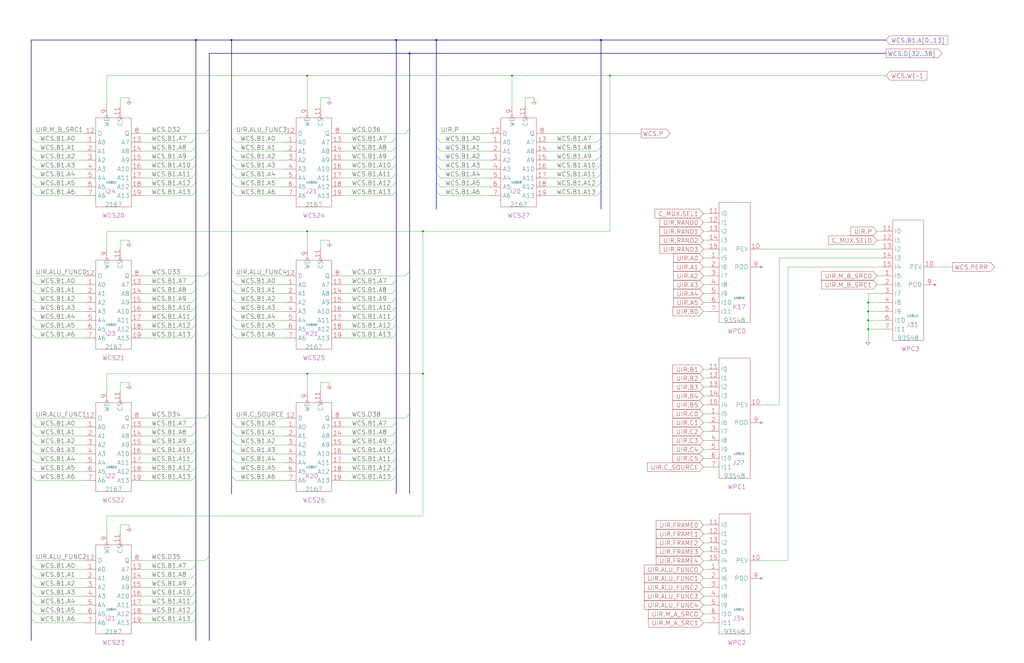
<source format=kicad_sch>
(kicad_sch (version 20250114) (generator "eeschema") (generator_version "9.0")
  (paper "User" 584.2 378.46)
  (title_block (title "WRITABLE CONTROL STORE\\nWCS BITS 32 TO 38 AND PARITY") (date "22-MAR-90") (rev "1.0") (comment 1 "VALUE") (comment 2 "232-003063") (comment 3 "S400") (comment 4 "RELEASED"))
  (junction (at 233.68 30.48))
  (junction (at 111.76 22.86))
  (junction (at 347.98 43.18))
  (junction (at 495.3 182.88))
  (junction (at 226.06 22.86))
  (junction (at 241.3 213.36))
  (junction (at 241.3 132.08))
  (junction (at 248.92 22.86))
  (junction (at 175.26 213.36))
  (junction (at 292.1 43.18))
  (junction (at 495.3 172.72))
  (junction (at 342.9 22.86))
  (junction (at 175.26 132.08))
  (junction (at 175.26 43.18))
  (junction (at 132.08 22.86))
  (junction (at 495.3 177.8))
  (junction (at 495.3 187.96))
  (no_connect (at 434.34 241.3))
  (no_connect (at 434.34 330.2))
  (no_connect (at 434.34 152.4))
  (no_connect (at 533.4 162.56))
  (bus_entry (at 17.78 99.06) (size 2.54 2.54))
  (bus_entry (at 226.06 175.26) (size -2.54 2.54))
  (bus_entry (at 132.08 165.1) (size 2.54 2.54))
  (bus_entry (at 132.08 88.9) (size 2.54 2.54))
  (bus_entry (at 248.92 93.98) (size 2.54 2.54))
  (bus_entry (at 342.9 88.9) (size -2.54 2.54))
  (bus_entry (at 132.08 256.54) (size 2.54 2.54))
  (bus_entry (at 119.38 236.22) (size -2.54 2.54))
  (bus_entry (at 132.08 78.74) (size 2.54 2.54))
  (bus_entry (at 17.78 327.66) (size 2.54 2.54))
  (bus_entry (at 233.68 236.22) (size -2.54 2.54))
  (bus_entry (at 342.9 83.82) (size -2.54 2.54))
  (bus_entry (at 132.08 190.5) (size 2.54 2.54))
  (bus_entry (at 226.06 185.42) (size -2.54 2.54))
  (bus_entry (at 132.08 109.22) (size 2.54 2.54))
  (bus_entry (at 119.38 73.66) (size -2.54 2.54))
  (bus_entry (at 132.08 160.02) (size 2.54 2.54))
  (bus_entry (at 17.78 78.74) (size 2.54 2.54))
  (bus_entry (at 111.76 175.26) (size -2.54 2.54))
  (bus_entry (at 111.76 109.22) (size -2.54 2.54))
  (bus_entry (at 132.08 93.98) (size 2.54 2.54))
  (bus_entry (at 17.78 337.82) (size 2.54 2.54))
  (bus_entry (at 119.38 317.5) (size -2.54 2.54))
  (bus_entry (at 119.38 154.94) (size -2.54 2.54))
  (bus_entry (at 132.08 170.18) (size 2.54 2.54))
  (bus_entry (at 226.06 261.62) (size -2.54 2.54))
  (bus_entry (at 17.78 271.78) (size 2.54 2.54))
  (bus_entry (at 111.76 246.38) (size -2.54 2.54))
  (bus_entry (at 342.9 99.06) (size -2.54 2.54))
  (bus_entry (at 17.78 160.02) (size 2.54 2.54))
  (bus_entry (at 17.78 83.82) (size 2.54 2.54))
  (bus_entry (at 17.78 180.34) (size 2.54 2.54))
  (bus_entry (at 111.76 322.58) (size -2.54 2.54))
  (bus_entry (at 17.78 170.18) (size 2.54 2.54))
  (bus_entry (at 111.76 190.5) (size -2.54 2.54))
  (bus_entry (at 111.76 266.7) (size -2.54 2.54))
  (bus_entry (at 111.76 332.74) (size -2.54 2.54))
  (bus_entry (at 111.76 256.54) (size -2.54 2.54))
  (bus_entry (at 111.76 347.98) (size -2.54 2.54))
  (bus_entry (at 111.76 185.42) (size -2.54 2.54))
  (bus_entry (at 17.78 93.98) (size 2.54 2.54))
  (bus_entry (at 132.08 271.78) (size 2.54 2.54))
  (bus_entry (at 226.06 266.7) (size -2.54 2.54))
  (bus_entry (at 111.76 99.06) (size -2.54 2.54))
  (bus_entry (at 111.76 78.74) (size -2.54 2.54))
  (bus_entry (at 111.76 170.18) (size -2.54 2.54))
  (bus_entry (at 111.76 327.66) (size -2.54 2.54))
  (bus_entry (at 17.78 175.26) (size 2.54 2.54))
  (bus_entry (at 342.9 93.98) (size -2.54 2.54))
  (bus_entry (at 226.06 83.82) (size -2.54 2.54))
  (bus_entry (at 248.92 104.14) (size 2.54 2.54))
  (bus_entry (at 226.06 246.38) (size -2.54 2.54))
  (bus_entry (at 17.78 165.1) (size 2.54 2.54))
  (bus_entry (at 111.76 160.02) (size -2.54 2.54))
  (bus_entry (at 248.92 83.82) (size 2.54 2.54))
  (bus_entry (at 17.78 353.06) (size 2.54 2.54))
  (bus_entry (at 17.78 342.9) (size 2.54 2.54))
  (bus_entry (at 111.76 104.14) (size -2.54 2.54))
  (bus_entry (at 17.78 256.54) (size 2.54 2.54))
  (bus_entry (at 342.9 109.22) (size -2.54 2.54))
  (bus_entry (at 17.78 104.14) (size 2.54 2.54))
  (bus_entry (at 17.78 109.22) (size 2.54 2.54))
  (bus_entry (at 17.78 190.5) (size 2.54 2.54))
  (bus_entry (at 226.06 180.34) (size -2.54 2.54))
  (bus_entry (at 111.76 342.9) (size -2.54 2.54))
  (bus_entry (at 132.08 99.06) (size 2.54 2.54))
  (bus_entry (at 248.92 99.06) (size 2.54 2.54))
  (bus_entry (at 248.92 109.22) (size 2.54 2.54))
  (bus_entry (at 17.78 88.9) (size 2.54 2.54))
  (bus_entry (at 226.06 109.22) (size -2.54 2.54))
  (bus_entry (at 233.68 154.94) (size -2.54 2.54))
  (bus_entry (at 132.08 83.82) (size 2.54 2.54))
  (bus_entry (at 111.76 93.98) (size -2.54 2.54))
  (bus_entry (at 111.76 165.1) (size -2.54 2.54))
  (bus_entry (at 17.78 251.46) (size 2.54 2.54))
  (bus_entry (at 132.08 246.38) (size 2.54 2.54))
  (bus_entry (at 226.06 251.46) (size -2.54 2.54))
  (bus_entry (at 17.78 332.74) (size 2.54 2.54))
  (bus_entry (at 17.78 347.98) (size 2.54 2.54))
  (bus_entry (at 226.06 241.3) (size -2.54 2.54))
  (bus_entry (at 111.76 353.06) (size -2.54 2.54))
  (bus_entry (at 111.76 261.62) (size -2.54 2.54))
  (bus_entry (at 111.76 271.78) (size -2.54 2.54))
  (bus_entry (at 226.06 190.5) (size -2.54 2.54))
  (bus_entry (at 226.06 88.9) (size -2.54 2.54))
  (bus_entry (at 226.06 165.1) (size -2.54 2.54))
  (bus_entry (at 226.06 104.14) (size -2.54 2.54))
  (bus_entry (at 226.06 160.02) (size -2.54 2.54))
  (bus_entry (at 111.76 180.34) (size -2.54 2.54))
  (bus_entry (at 111.76 241.3) (size -2.54 2.54))
  (bus_entry (at 226.06 78.74) (size -2.54 2.54))
  (bus_entry (at 17.78 261.62) (size 2.54 2.54))
  (bus_entry (at 17.78 241.3) (size 2.54 2.54))
  (bus_entry (at 342.9 104.14) (size -2.54 2.54))
  (bus_entry (at 17.78 266.7) (size 2.54 2.54))
  (bus_entry (at 132.08 104.14) (size 2.54 2.54))
  (bus_entry (at 226.06 256.54) (size -2.54 2.54))
  (bus_entry (at 132.08 266.7) (size 2.54 2.54))
  (bus_entry (at 233.68 73.66) (size -2.54 2.54))
  (bus_entry (at 17.78 322.58) (size 2.54 2.54))
  (bus_entry (at 111.76 337.82) (size -2.54 2.54))
  (bus_entry (at 132.08 185.42) (size 2.54 2.54))
  (bus_entry (at 226.06 93.98) (size -2.54 2.54))
  (bus_entry (at 226.06 170.18) (size -2.54 2.54))
  (bus_entry (at 248.92 88.9) (size 2.54 2.54))
  (bus_entry (at 111.76 251.46) (size -2.54 2.54))
  (bus_entry (at 132.08 175.26) (size 2.54 2.54))
  (bus_entry (at 132.08 251.46) (size 2.54 2.54))
  (bus_entry (at 111.76 83.82) (size -2.54 2.54))
  (bus_entry (at 226.06 99.06) (size -2.54 2.54))
  (bus_entry (at 248.92 78.74) (size 2.54 2.54))
  (bus_entry (at 342.9 78.74) (size -2.54 2.54))
  (bus_entry (at 132.08 180.34) (size 2.54 2.54))
  (bus_entry (at 132.08 241.3) (size 2.54 2.54))
  (bus_entry (at 17.78 185.42) (size 2.54 2.54))
  (bus_entry (at 17.78 246.38) (size 2.54 2.54))
  (bus_entry (at 132.08 261.62) (size 2.54 2.54))
  (bus_entry (at 111.76 88.9) (size -2.54 2.54))
  (bus_entry (at 226.06 271.78) (size -2.54 2.54))
  (wire (pts (xy 495.3 177.8) (xy 502.92 177.8)))
  (wire (pts (xy 81.28 172.72) (xy 109.22 172.72)))
  (wire (pts (xy 20.32 264.16) (xy 48.26 264.16)))
  (wire (pts (xy 401.32 121.92) (xy 403.86 121.92)))
  (bus (pts (xy 226.06 241.3) (xy 226.06 246.38)))
  (wire (pts (xy 401.32 340.36) (xy 403.86 340.36)))
  (wire (pts (xy 81.28 259.08) (xy 109.22 259.08)))
  (bus (pts (xy 17.78 266.7) (xy 17.78 271.78)))
  (wire (pts (xy 195.58 162.56) (xy 223.52 162.56)))
  (bus (pts (xy 226.06 190.5) (xy 226.06 241.3)))
  (wire (pts (xy 81.28 193.04) (xy 109.22 193.04)))
  (wire (pts (xy 81.28 91.44) (xy 109.22 91.44)))
  (bus (pts (xy 132.08 185.42) (xy 132.08 190.5)))
  (wire (pts (xy 401.32 330.2) (xy 403.86 330.2)))
  (wire (pts (xy 401.32 261.62) (xy 403.86 261.62)))
  (bus (pts (xy 17.78 261.62) (xy 17.78 266.7)))
  (wire (pts (xy 60.96 132.08) (xy 175.26 132.08)))
  (wire (pts (xy 81.28 106.68) (xy 109.22 106.68)))
  (bus (pts (xy 226.06 99.06) (xy 226.06 104.14)))
  (bus (pts (xy 226.06 104.14) (xy 226.06 109.22)))
  (bus (pts (xy 342.9 99.06) (xy 342.9 104.14)))
  (wire (pts (xy 495.3 167.64) (xy 495.3 172.72)))
  (bus (pts (xy 132.08 109.22) (xy 132.08 160.02)))
  (wire (pts (xy 292.1 43.18) (xy 292.1 60.96)))
  (wire (pts (xy 134.62 259.08) (xy 162.56 259.08)))
  (wire (pts (xy 175.26 132.08) (xy 241.3 132.08)))
  (wire (pts (xy 81.28 238.76) (xy 116.84 238.76)))
  (wire (pts (xy 20.32 259.08) (xy 48.26 259.08)))
  (wire (pts (xy 195.58 81.28) (xy 223.52 81.28)))
  (wire (pts (xy 68.58 299.72) (xy 68.58 304.8)))
  (bus (pts (xy 248.92 93.98) (xy 248.92 99.06)))
  (bus (pts (xy 226.06 251.46) (xy 226.06 256.54)))
  (bus (pts (xy 111.76 251.46) (xy 111.76 256.54)))
  (wire (pts (xy 195.58 193.04) (xy 223.52 193.04)))
  (wire (pts (xy 60.96 43.18) (xy 175.26 43.18)))
  (bus (pts (xy 132.08 251.46) (xy 132.08 256.54)))
  (wire (pts (xy 81.28 81.28) (xy 109.22 81.28)))
  (wire (pts (xy 401.32 152.4) (xy 403.86 152.4)))
  (wire (pts (xy 401.32 236.22) (xy 403.86 236.22)))
  (wire (pts (xy 20.32 162.56) (xy 48.26 162.56)))
  (bus (pts (xy 226.06 246.38) (xy 226.06 251.46)))
  (wire (pts (xy 195.58 269.24) (xy 223.52 269.24)))
  (bus (pts (xy 17.78 83.82) (xy 17.78 88.9)))
  (bus (pts (xy 226.06 83.82) (xy 226.06 88.9)))
  (bus (pts (xy 132.08 88.9) (xy 132.08 93.98)))
  (wire (pts (xy 81.28 167.64) (xy 109.22 167.64)))
  (wire (pts (xy 500.38 157.48) (xy 502.92 157.48)))
  (bus (pts (xy 233.68 30.48) (xy 233.68 73.66)))
  (bus (pts (xy 226.06 165.1) (xy 226.06 170.18)))
  (wire (pts (xy 251.46 86.36) (xy 279.4 86.36)))
  (wire (pts (xy 81.28 187.96) (xy 109.22 187.96)))
  (wire (pts (xy 81.28 162.56) (xy 109.22 162.56)))
  (wire (pts (xy 401.32 266.7) (xy 403.86 266.7)))
  (wire (pts (xy 81.28 340.36) (xy 109.22 340.36)))
  (bus (pts (xy 111.76 246.38) (xy 111.76 251.46)))
  (wire (pts (xy 20.32 340.36) (xy 48.26 340.36)))
  (wire (pts (xy 81.28 330.2) (xy 109.22 330.2)))
  (bus (pts (xy 132.08 256.54) (xy 132.08 261.62)))
  (wire (pts (xy 20.32 172.72) (xy 48.26 172.72)))
  (wire (pts (xy 401.32 246.38) (xy 403.86 246.38)))
  (bus (pts (xy 226.06 271.78) (xy 226.06 281.94)))
  (wire (pts (xy 195.58 76.2) (xy 231.14 76.2)))
  (wire (pts (xy 347.98 43.18) (xy 505.46 43.18)))
  (bus (pts (xy 111.76 190.5) (xy 111.76 241.3)))
  (wire (pts (xy 401.32 157.48) (xy 403.86 157.48)))
  (bus (pts (xy 17.78 88.9) (xy 17.78 93.98)))
  (wire (pts (xy 500.38 132.08) (xy 502.92 132.08)))
  (wire (pts (xy 401.32 162.56) (xy 403.86 162.56)))
  (bus (pts (xy 17.78 104.14) (xy 17.78 109.22)))
  (bus (pts (xy 132.08 246.38) (xy 132.08 251.46)))
  (wire (pts (xy 73.66 299.72) (xy 68.58 299.72)))
  (bus (pts (xy 132.08 266.7) (xy 132.08 271.78)))
  (wire (pts (xy 401.32 355.6) (xy 403.86 355.6)))
  (bus (pts (xy 17.78 175.26) (xy 17.78 180.34)))
  (bus (pts (xy 233.68 73.66) (xy 233.68 154.94)))
  (wire (pts (xy 134.62 238.76) (xy 162.56 238.76)))
  (wire (pts (xy 495.3 182.88) (xy 502.92 182.88)))
  (bus (pts (xy 111.76 332.74) (xy 111.76 337.82)))
  (wire (pts (xy 134.62 91.44) (xy 162.56 91.44)))
  (wire (pts (xy 81.28 76.2) (xy 116.84 76.2)))
  (wire (pts (xy 81.28 254) (xy 109.22 254)))
  (bus (pts (xy 111.76 266.7) (xy 111.76 271.78)))
  (wire (pts (xy 312.42 101.6) (xy 340.36 101.6)))
  (wire (pts (xy 20.32 81.28) (xy 48.26 81.28)))
  (wire (pts (xy 195.58 264.16) (xy 223.52 264.16)))
  (wire (pts (xy 401.32 132.08) (xy 403.86 132.08)))
  (wire (pts (xy 401.32 325.12) (xy 403.86 325.12)))
  (wire (pts (xy 20.32 167.64) (xy 48.26 167.64)))
  (bus (pts (xy 111.76 160.02) (xy 111.76 165.1)))
  (wire (pts (xy 20.32 76.2) (xy 48.26 76.2)))
  (wire (pts (xy 134.62 101.6) (xy 162.56 101.6)))
  (wire (pts (xy 81.28 355.6) (xy 109.22 355.6)))
  (wire (pts (xy 134.62 76.2) (xy 162.56 76.2)))
  (wire (pts (xy 312.42 106.68) (xy 340.36 106.68)))
  (wire (pts (xy 195.58 96.52) (xy 223.52 96.52)))
  (bus (pts (xy 226.06 109.22) (xy 226.06 160.02)))
  (wire (pts (xy 401.32 314.96) (xy 403.86 314.96)))
  (wire (pts (xy 187.96 137.16) (xy 182.88 137.16)))
  (bus (pts (xy 111.76 322.58) (xy 111.76 327.66)))
  (bus (pts (xy 111.76 170.18) (xy 111.76 175.26)))
  (bus (pts (xy 132.08 190.5) (xy 132.08 241.3)))
  (wire (pts (xy 81.28 345.44) (xy 109.22 345.44)))
  (wire (pts (xy 401.32 177.8) (xy 403.86 177.8)))
  (wire (pts (xy 241.3 213.36) (xy 241.3 132.08)))
  (wire (pts (xy 73.66 137.16) (xy 68.58 137.16)))
  (wire (pts (xy 401.32 215.9) (xy 403.86 215.9)))
  (wire (pts (xy 241.3 132.08) (xy 347.98 132.08)))
  (bus (pts (xy 226.06 266.7) (xy 226.06 271.78)))
  (wire (pts (xy 495.3 172.72) (xy 502.92 172.72)))
  (bus (pts (xy 132.08 99.06) (xy 132.08 104.14)))
  (wire (pts (xy 401.32 256.54) (xy 403.86 256.54)))
  (wire (pts (xy 60.96 43.18) (xy 60.96 60.96)))
  (wire (pts (xy 60.96 213.36) (xy 175.26 213.36)))
  (wire (pts (xy 81.28 177.8) (xy 109.22 177.8)))
  (wire (pts (xy 195.58 274.32) (xy 223.52 274.32)))
  (wire (pts (xy 134.62 96.52) (xy 162.56 96.52)))
  (wire (pts (xy 20.32 182.88) (xy 48.26 182.88)))
  (bus (pts (xy 17.78 271.78) (xy 17.78 322.58)))
  (bus (pts (xy 233.68 236.22) (xy 233.68 281.94)))
  (wire (pts (xy 20.32 177.8) (xy 48.26 177.8)))
  (wire (pts (xy 20.32 355.6) (xy 48.26 355.6)))
  (wire (pts (xy 20.32 248.92) (xy 48.26 248.92)))
  (wire (pts (xy 401.32 231.14) (xy 403.86 231.14)))
  (wire (pts (xy 401.32 167.64) (xy 403.86 167.64)))
  (wire (pts (xy 134.62 269.24) (xy 162.56 269.24)))
  (bus (pts (xy 111.76 185.42) (xy 111.76 190.5)))
  (wire (pts (xy 81.28 101.6) (xy 109.22 101.6)))
  (bus (pts (xy 111.76 327.66) (xy 111.76 332.74)))
  (wire (pts (xy 81.28 86.36) (xy 109.22 86.36)))
  (wire (pts (xy 195.58 167.64) (xy 223.52 167.64)))
  (wire (pts (xy 251.46 81.28) (xy 279.4 81.28)))
  (wire (pts (xy 251.46 106.68) (xy 279.4 106.68)))
  (bus (pts (xy 111.76 256.54) (xy 111.76 261.62)))
  (wire (pts (xy 60.96 132.08) (xy 60.96 142.24)))
  (bus (pts (xy 111.76 175.26) (xy 111.76 180.34)))
  (wire (pts (xy 195.58 187.96) (xy 223.52 187.96)))
  (bus (pts (xy 17.78 78.74) (xy 17.78 83.82)))
  (wire (pts (xy 20.32 106.68) (xy 48.26 106.68)))
  (bus (pts (xy 17.78 185.42) (xy 17.78 190.5)))
  (wire (pts (xy 401.32 142.24) (xy 403.86 142.24)))
  (wire (pts (xy 495.3 177.8) (xy 495.3 182.88)))
  (wire (pts (xy 60.96 294.64) (xy 60.96 304.8)))
  (wire (pts (xy 134.62 162.56) (xy 162.56 162.56)))
  (wire (pts (xy 312.42 81.28) (xy 340.36 81.28)))
  (bus (pts (xy 17.78 160.02) (xy 17.78 165.1)))
  (wire (pts (xy 195.58 243.84) (xy 223.52 243.84)))
  (wire (pts (xy 175.26 213.36) (xy 241.3 213.36)))
  (wire (pts (xy 20.32 350.52) (xy 48.26 350.52)))
  (bus (pts (xy 17.78 347.98) (xy 17.78 353.06)))
  (wire (pts (xy 134.62 264.16) (xy 162.56 264.16)))
  (bus (pts (xy 17.78 22.86) (xy 111.76 22.86)))
  (bus (pts (xy 248.92 88.9) (xy 248.92 93.98)))
  (bus (pts (xy 132.08 93.98) (xy 132.08 99.06)))
  (wire (pts (xy 20.32 91.44) (xy 48.26 91.44)))
  (wire (pts (xy 187.96 218.44) (xy 182.88 218.44)))
  (bus (pts (xy 226.06 185.42) (xy 226.06 190.5)))
  (bus (pts (xy 132.08 261.62) (xy 132.08 266.7)))
  (bus (pts (xy 248.92 99.06) (xy 248.92 104.14)))
  (wire (pts (xy 68.58 137.16) (xy 68.58 142.24)))
  (wire (pts (xy 68.58 55.88) (xy 68.58 60.96)))
  (wire (pts (xy 401.32 220.98) (xy 403.86 220.98)))
  (wire (pts (xy 20.32 157.48) (xy 48.26 157.48)))
  (wire (pts (xy 195.58 238.76) (xy 231.14 238.76)))
  (wire (pts (xy 195.58 259.08) (xy 223.52 259.08)))
  (wire (pts (xy 495.3 187.96) (xy 495.3 193.04)))
  (wire (pts (xy 134.62 177.8) (xy 162.56 177.8)))
  (wire (pts (xy 312.42 96.52) (xy 340.36 96.52)))
  (wire (pts (xy 304.8 55.88) (xy 299.72 55.88)))
  (wire (pts (xy 251.46 76.2) (xy 279.4 76.2)))
  (bus (pts (xy 17.78 180.34) (xy 17.78 185.42)))
  (wire (pts (xy 312.42 111.76) (xy 340.36 111.76)))
  (bus (pts (xy 342.9 22.86) (xy 342.9 78.74)))
  (bus (pts (xy 111.76 78.74) (xy 111.76 83.82)))
  (wire (pts (xy 444.5 231.14) (xy 444.5 147.32)))
  (wire (pts (xy 134.62 106.68) (xy 162.56 106.68)))
  (bus (pts (xy 119.38 236.22) (xy 119.38 317.5)))
  (wire (pts (xy 134.62 167.64) (xy 162.56 167.64)))
  (bus (pts (xy 17.78 109.22) (xy 17.78 160.02)))
  (bus (pts (xy 111.76 99.06) (xy 111.76 104.14)))
  (bus (pts (xy 342.9 104.14) (xy 342.9 109.22)))
  (wire (pts (xy 182.88 218.44) (xy 182.88 223.52)))
  (wire (pts (xy 401.32 210.82) (xy 403.86 210.82)))
  (wire (pts (xy 81.28 243.84) (xy 109.22 243.84)))
  (wire (pts (xy 81.28 111.76) (xy 109.22 111.76)))
  (wire (pts (xy 182.88 55.88) (xy 182.88 60.96)))
  (bus (pts (xy 111.76 165.1) (xy 111.76 170.18)))
  (wire (pts (xy 81.28 350.52) (xy 109.22 350.52)))
  (bus (pts (xy 111.76 180.34) (xy 111.76 185.42)))
  (wire (pts (xy 449.58 152.4) (xy 449.58 320.04)))
  (wire (pts (xy 73.66 55.88) (xy 68.58 55.88)))
  (wire (pts (xy 73.66 218.44) (xy 68.58 218.44)))
  (wire (pts (xy 134.62 81.28) (xy 162.56 81.28)))
  (wire (pts (xy 81.28 320.04) (xy 116.84 320.04)))
  (bus (pts (xy 111.76 22.86) (xy 111.76 78.74)))
  (wire (pts (xy 195.58 182.88) (xy 223.52 182.88)))
  (bus (pts (xy 111.76 241.3) (xy 111.76 246.38)))
  (bus (pts (xy 132.08 22.86) (xy 132.08 78.74)))
  (bus (pts (xy 248.92 109.22) (xy 248.92 119.38)))
  (wire (pts (xy 195.58 172.72) (xy 223.52 172.72)))
  (wire (pts (xy 20.32 193.04) (xy 48.26 193.04)))
  (wire (pts (xy 81.28 274.32) (xy 109.22 274.32)))
  (bus (pts (xy 132.08 241.3) (xy 132.08 246.38)))
  (wire (pts (xy 401.32 350.52) (xy 403.86 350.52)))
  (wire (pts (xy 134.62 187.96) (xy 162.56 187.96)))
  (bus (pts (xy 111.76 353.06) (xy 111.76 365.76)))
  (wire (pts (xy 251.46 91.44) (xy 279.4 91.44)))
  (wire (pts (xy 195.58 106.68) (xy 223.52 106.68)))
  (bus (pts (xy 111.76 261.62) (xy 111.76 266.7)))
  (wire (pts (xy 20.32 325.12) (xy 48.26 325.12)))
  (wire (pts (xy 81.28 96.52) (xy 109.22 96.52)))
  (wire (pts (xy 20.32 274.32) (xy 48.26 274.32)))
  (wire (pts (xy 299.72 55.88) (xy 299.72 60.96)))
  (wire (pts (xy 251.46 111.76) (xy 279.4 111.76)))
  (wire (pts (xy 195.58 254) (xy 223.52 254)))
  (wire (pts (xy 292.1 43.18) (xy 347.98 43.18)))
  (bus (pts (xy 111.76 22.86) (xy 132.08 22.86)))
  (wire (pts (xy 175.26 43.18) (xy 175.26 60.96)))
  (wire (pts (xy 312.42 86.36) (xy 340.36 86.36)))
  (wire (pts (xy 195.58 157.48) (xy 231.14 157.48)))
  (wire (pts (xy 195.58 111.76) (xy 223.52 111.76)))
  (bus (pts (xy 342.9 109.22) (xy 342.9 119.38)))
  (wire (pts (xy 187.96 55.88) (xy 182.88 55.88)))
  (bus (pts (xy 17.78 251.46) (xy 17.78 256.54)))
  (bus (pts (xy 342.9 22.86) (xy 505.46 22.86)))
  (wire (pts (xy 20.32 111.76) (xy 48.26 111.76)))
  (bus (pts (xy 226.06 170.18) (xy 226.06 175.26)))
  (wire (pts (xy 195.58 248.92) (xy 223.52 248.92)))
  (bus (pts (xy 17.78 93.98) (xy 17.78 99.06)))
  (wire (pts (xy 81.28 269.24) (xy 109.22 269.24)))
  (wire (pts (xy 60.96 294.64) (xy 241.3 294.64)))
  (bus (pts (xy 226.06 256.54) (xy 226.06 261.62)))
  (bus (pts (xy 17.78 337.82) (xy 17.78 342.9)))
  (wire (pts (xy 495.3 182.88) (xy 495.3 187.96)))
  (bus (pts (xy 342.9 88.9) (xy 342.9 93.98)))
  (bus (pts (xy 226.06 78.74) (xy 226.06 83.82)))
  (wire (pts (xy 81.28 264.16) (xy 109.22 264.16)))
  (bus (pts (xy 17.78 322.58) (xy 17.78 327.66)))
  (bus (pts (xy 233.68 154.94) (xy 233.68 236.22)))
  (bus (pts (xy 17.78 353.06) (xy 17.78 365.76)))
  (wire (pts (xy 195.58 101.6) (xy 223.52 101.6)))
  (bus (pts (xy 132.08 165.1) (xy 132.08 170.18)))
  (wire (pts (xy 68.58 218.44) (xy 68.58 223.52)))
  (wire (pts (xy 495.3 187.96) (xy 502.92 187.96)))
  (bus (pts (xy 111.76 342.9) (xy 111.76 347.98)))
  (bus (pts (xy 248.92 22.86) (xy 248.92 78.74)))
  (wire (pts (xy 81.28 325.12) (xy 109.22 325.12)))
  (bus (pts (xy 17.78 241.3) (xy 17.78 246.38)))
  (wire (pts (xy 434.34 142.24) (xy 502.92 142.24)))
  (bus (pts (xy 111.76 271.78) (xy 111.76 322.58)))
  (wire (pts (xy 20.32 96.52) (xy 48.26 96.52)))
  (wire (pts (xy 195.58 177.8) (xy 223.52 177.8)))
  (wire (pts (xy 20.32 254) (xy 48.26 254)))
  (bus (pts (xy 132.08 170.18) (xy 132.08 175.26)))
  (wire (pts (xy 401.32 147.32) (xy 403.86 147.32)))
  (bus (pts (xy 233.68 30.48) (xy 505.46 30.48)))
  (wire (pts (xy 134.62 111.76) (xy 162.56 111.76)))
  (wire (pts (xy 175.26 132.08) (xy 175.26 142.24)))
  (bus (pts (xy 342.9 78.74) (xy 342.9 83.82)))
  (bus (pts (xy 17.78 170.18) (xy 17.78 175.26)))
  (wire (pts (xy 134.62 243.84) (xy 162.56 243.84)))
  (wire (pts (xy 502.92 167.64) (xy 495.3 167.64)))
  (bus (pts (xy 226.06 22.86) (xy 226.06 78.74)))
  (wire (pts (xy 500.38 162.56) (xy 502.92 162.56)))
  (wire (pts (xy 347.98 132.08) (xy 347.98 43.18)))
  (bus (pts (xy 132.08 175.26) (xy 132.08 180.34)))
  (bus (pts (xy 119.38 30.48) (xy 233.68 30.48)))
  (bus (pts (xy 226.06 93.98) (xy 226.06 99.06)))
  (bus (pts (xy 248.92 22.86) (xy 342.9 22.86)))
  (wire (pts (xy 20.32 243.84) (xy 48.26 243.84)))
  (wire (pts (xy 134.62 172.72) (xy 162.56 172.72)))
  (wire (pts (xy 20.32 330.2) (xy 48.26 330.2)))
  (bus (pts (xy 342.9 93.98) (xy 342.9 99.06)))
  (wire (pts (xy 401.32 172.72) (xy 403.86 172.72)))
  (wire (pts (xy 175.26 43.18) (xy 292.1 43.18)))
  (wire (pts (xy 81.28 335.28) (xy 109.22 335.28)))
  (wire (pts (xy 20.32 335.28) (xy 48.26 335.28)))
  (wire (pts (xy 401.32 241.3) (xy 403.86 241.3)))
  (bus (pts (xy 17.78 22.86) (xy 17.78 78.74)))
  (bus (pts (xy 17.78 327.66) (xy 17.78 332.74)))
  (wire (pts (xy 20.32 86.36) (xy 48.26 86.36)))
  (wire (pts (xy 20.32 320.04) (xy 48.26 320.04)))
  (bus (pts (xy 111.76 109.22) (xy 111.76 160.02)))
  (wire (pts (xy 134.62 254) (xy 162.56 254)))
  (wire (pts (xy 251.46 101.6) (xy 279.4 101.6)))
  (bus (pts (xy 248.92 78.74) (xy 248.92 83.82)))
  (wire (pts (xy 60.96 213.36) (xy 60.96 223.52)))
  (wire (pts (xy 449.58 152.4) (xy 502.92 152.4)))
  (wire (pts (xy 134.62 248.92) (xy 162.56 248.92)))
  (bus (pts (xy 248.92 83.82) (xy 248.92 88.9)))
  (bus (pts (xy 17.78 190.5) (xy 17.78 241.3)))
  (bus (pts (xy 17.78 342.9) (xy 17.78 347.98)))
  (bus (pts (xy 226.06 180.34) (xy 226.06 185.42)))
  (wire (pts (xy 500.38 137.16) (xy 502.92 137.16)))
  (bus (pts (xy 132.08 78.74) (xy 132.08 83.82)))
  (wire (pts (xy 401.32 127) (xy 403.86 127)))
  (bus (pts (xy 111.76 337.82) (xy 111.76 342.9)))
  (wire (pts (xy 533.4 152.4) (xy 543.56 152.4)))
  (bus (pts (xy 119.38 317.5) (xy 119.38 365.76)))
  (wire (pts (xy 20.32 101.6) (xy 48.26 101.6)))
  (bus (pts (xy 111.76 347.98) (xy 111.76 353.06)))
  (bus (pts (xy 17.78 332.74) (xy 17.78 337.82)))
  (wire (pts (xy 495.3 172.72) (xy 495.3 177.8)))
  (wire (pts (xy 401.32 251.46) (xy 403.86 251.46)))
  (bus (pts (xy 132.08 271.78) (xy 132.08 281.94)))
  (wire (pts (xy 401.32 304.8) (xy 403.86 304.8)))
  (wire (pts (xy 175.26 213.36) (xy 175.26 223.52)))
  (wire (pts (xy 81.28 182.88) (xy 109.22 182.88)))
  (bus (pts (xy 226.06 175.26) (xy 226.06 180.34)))
  (wire (pts (xy 134.62 157.48) (xy 162.56 157.48)))
  (wire (pts (xy 81.28 157.48) (xy 116.84 157.48)))
  (wire (pts (xy 312.42 76.2) (xy 365.76 76.2)))
  (wire (pts (xy 195.58 86.36) (xy 223.52 86.36)))
  (wire (pts (xy 182.88 137.16) (xy 182.88 142.24)))
  (bus (pts (xy 111.76 88.9) (xy 111.76 93.98)))
  (bus (pts (xy 111.76 83.82) (xy 111.76 88.9)))
  (wire (pts (xy 401.32 320.04) (xy 403.86 320.04)))
  (bus (pts (xy 132.08 104.14) (xy 132.08 109.22)))
  (bus (pts (xy 248.92 104.14) (xy 248.92 109.22)))
  (wire (pts (xy 401.32 137.16) (xy 403.86 137.16)))
  (bus (pts (xy 111.76 93.98) (xy 111.76 99.06)))
  (bus (pts (xy 226.06 22.86) (xy 248.92 22.86)))
  (bus (pts (xy 132.08 22.86) (xy 226.06 22.86)))
  (wire (pts (xy 401.32 226.06) (xy 403.86 226.06)))
  (bus (pts (xy 119.38 73.66) (xy 119.38 154.94)))
  (wire (pts (xy 401.32 335.28) (xy 403.86 335.28)))
  (wire (pts (xy 401.32 299.72) (xy 403.86 299.72)))
  (bus (pts (xy 226.06 88.9) (xy 226.06 93.98)))
  (bus (pts (xy 119.38 30.48) (xy 119.38 73.66)))
  (wire (pts (xy 312.42 91.44) (xy 340.36 91.44)))
  (wire (pts (xy 401.32 309.88) (xy 403.86 309.88)))
  (wire (pts (xy 251.46 96.52) (xy 279.4 96.52)))
  (wire (pts (xy 434.34 231.14) (xy 444.5 231.14)))
  (wire (pts (xy 134.62 193.04) (xy 162.56 193.04)))
  (wire (pts (xy 81.28 248.92) (xy 109.22 248.92)))
  (bus (pts (xy 226.06 261.62) (xy 226.06 266.7)))
  (bus (pts (xy 342.9 83.82) (xy 342.9 88.9)))
  (bus (pts (xy 132.08 160.02) (xy 132.08 165.1)))
  (bus (pts (xy 132.08 83.82) (xy 132.08 88.9)))
  (bus (pts (xy 17.78 165.1) (xy 17.78 170.18)))
  (bus (pts (xy 17.78 99.06) (xy 17.78 104.14)))
  (wire (pts (xy 195.58 91.44) (xy 223.52 91.44)))
  (wire (pts (xy 134.62 274.32) (xy 162.56 274.32)))
  (bus (pts (xy 132.08 180.34) (xy 132.08 185.42)))
  (wire (pts (xy 20.32 187.96) (xy 48.26 187.96)))
  (wire (pts (xy 134.62 86.36) (xy 162.56 86.36)))
  (bus (pts (xy 119.38 154.94) (xy 119.38 236.22)))
  (wire (pts (xy 401.32 345.44) (xy 403.86 345.44)))
  (wire (pts (xy 241.3 294.64) (xy 241.3 213.36)))
  (wire (pts (xy 20.32 238.76) (xy 48.26 238.76)))
  (wire (pts (xy 20.32 269.24) (xy 48.26 269.24)))
  (wire (pts (xy 134.62 182.88) (xy 162.56 182.88)))
  (wire (pts (xy 434.34 320.04) (xy 449.58 320.04)))
  (wire (pts (xy 20.32 345.44) (xy 48.26 345.44)))
  (bus (pts (xy 111.76 104.14) (xy 111.76 109.22)))
  (bus (pts (xy 226.06 160.02) (xy 226.06 165.1)))
  (bus (pts (xy 17.78 256.54) (xy 17.78 261.62)))
  (bus (pts (xy 17.78 246.38) (xy 17.78 251.46)))
  (wire (pts (xy 444.5 147.32) (xy 502.92 147.32)))
  (label "WCS.B1.A3" (at 137.16 259.08 0) (effects (font (size 2.54 2.54))))
  (label "WCS.B1.A10" (at 86.36 340.36 0) (effects (font (size 2.54 2.54))))
  (label "WCS.B1.A6" (at 22.86 355.6 0) (effects (font (size 2.54 2.54))))
  (label "WCS.B1.A0" (at 254 81.28 0) (effects (font (size 2.54 2.54))))
  (label "WCS.B1.A10" (at 200.66 177.8 0) (effects (font (size 2.54 2.54))))
  (label "WCS.B1.A1" (at 22.86 86.36 0) (effects (font (size 2.54 2.54))))
  (label "WCS.B1.A9" (at 86.36 335.28 0) (effects (font (size 2.54 2.54))))
  (label "WCS.B1.A2" (at 137.16 91.44 0) (effects (font (size 2.54 2.54))))
  (label "WCS.D32" (at 86.36 76.2 0) (effects (font (size 2.54 2.54))))
  (label "WCS.B1.A1" (at 137.16 248.92 0) (effects (font (size 2.54 2.54))))
  (label "WCS.B1.A0" (at 137.16 243.84 0) (effects (font (size 2.54 2.54))))
  (label "WCS.B1.A10" (at 86.36 177.8 0) (effects (font (size 2.54 2.54))))
  (label "WCS.B1.A5" (at 22.86 187.96 0) (effects (font (size 2.54 2.54))))
  (label "WCS.B1.A1" (at 137.16 86.36 0) (effects (font (size 2.54 2.54))))
  (label "WCS.B1.A10" (at 317.5 96.52 0) (effects (font (size 2.54 2.54))))
  (label "WCS.B1.A4" (at 137.16 264.16 0) (effects (font (size 2.54 2.54))))
  (label "WCS.B1.A6" (at 137.16 193.04 0) (effects (font (size 2.54 2.54))))
  (label "WCS.B1.A4" (at 22.86 345.44 0) (effects (font (size 2.54 2.54))))
  (label "WCS.B1.A8" (at 200.66 86.36 0) (effects (font (size 2.54 2.54))))
  (label "WCS.B1.A3" (at 137.16 177.8 0) (effects (font (size 2.54 2.54))))
  (label "WCS.B1.A1" (at 254 86.36 0) (effects (font (size 2.54 2.54))))
  (label "WCS.B1.A7" (at 86.36 243.84 0) (effects (font (size 2.54 2.54))))
  (label "WCS.B1.A11" (at 86.36 182.88 0) (effects (font (size 2.54 2.54))))
  (label "WCS.B1.A1" (at 22.86 330.2 0) (effects (font (size 2.54 2.54))))
  (label "WCS.B1.A1" (at 22.86 248.92 0) (effects (font (size 2.54 2.54))))
  (label "UIR.ALU_FUNC3" (at 134.62 76.2 0) (effects (font (size 2.54 2.54))))
  (label "WCS.B1.A7" (at 200.66 81.28 0) (effects (font (size 2.54 2.54))))
  (label "UIR.P" (at 251.46 76.2 0) (effects (font (size 2.54 2.54))))
  (label "WCS.B1.A1" (at 22.86 167.64 0) (effects (font (size 2.54 2.54))))
  (label "WCS.B1.A5" (at 22.86 106.68 0) (effects (font (size 2.54 2.54))))
  (label "WCS.B1.A0" (at 137.16 162.56 0) (effects (font (size 2.54 2.54))))
  (label "WCS.B1.A8" (at 200.66 167.64 0) (effects (font (size 2.54 2.54))))
  (label "WCS.B1.A12" (at 86.36 350.52 0) (effects (font (size 2.54 2.54))))
  (label "WCS.B1.A3" (at 22.86 340.36 0) (effects (font (size 2.54 2.54))))
  (label "WCS.B1.A10" (at 200.66 96.52 0) (effects (font (size 2.54 2.54))))
  (label "WCS.B1.A4" (at 22.86 101.6 0) (effects (font (size 2.54 2.54))))
  (label "WCS.B1.A4" (at 22.86 182.88 0) (effects (font (size 2.54 2.54))))
  (label "WCS.B1.A6" (at 137.16 111.76 0) (effects (font (size 2.54 2.54))))
  (label "WCS.B1.A13" (at 317.5 111.76 0) (effects (font (size 2.54 2.54))))
  (label "WCS.B1.A12" (at 200.66 106.68 0) (effects (font (size 2.54 2.54))))
  (label "WCS.B1.A11" (at 317.5 101.6 0) (effects (font (size 2.54 2.54))))
  (label "WCS.B1.A6" (at 22.86 111.76 0) (effects (font (size 2.54 2.54))))
  (label "UIR.ALU_FUNC0" (at 20.32 157.48 0) (effects (font (size 2.54 2.54))))
  (label "WCS.B1.A13" (at 86.36 193.04 0) (effects (font (size 2.54 2.54))))
  (label "WCS.B1.A9" (at 317.5 91.44 0) (effects (font (size 2.54 2.54))))
  (label "WCS.B1.A2" (at 22.86 91.44 0) (effects (font (size 2.54 2.54))))
  (label "WCS.D36" (at 200.66 76.2 0) (effects (font (size 2.54 2.54))))
  (label "WCS.B1.A7" (at 86.36 81.28 0) (effects (font (size 2.54 2.54))))
  (label "WCS.B1.A12" (at 86.36 269.24 0) (effects (font (size 2.54 2.54))))
  (label "WCS.B1.A12" (at 86.36 106.68 0) (effects (font (size 2.54 2.54))))
  (label "WCS.B1.A1" (at 137.16 167.64 0) (effects (font (size 2.54 2.54))))
  (label "WCS.B1.A9" (at 200.66 91.44 0) (effects (font (size 2.54 2.54))))
  (label "WCS.B1.A11" (at 86.36 345.44 0) (effects (font (size 2.54 2.54))))
  (label "WCS.B1.A7" (at 86.36 325.12 0) (effects (font (size 2.54 2.54))))
  (label "WCS.B1.A2" (at 22.86 172.72 0) (effects (font (size 2.54 2.54))))
  (label "WCS.B1.A0" (at 22.86 243.84 0) (effects (font (size 2.54 2.54))))
  (label "WCS.B1.A11" (at 200.66 264.16 0) (effects (font (size 2.54 2.54))))
  (label "WCS.D38" (at 200.66 238.76 0) (effects (font (size 2.54 2.54))))
  (label "WCS.D35" (at 86.36 320.04 0) (effects (font (size 2.54 2.54))))
  (label "WCS.B1.A11" (at 200.66 101.6 0) (effects (font (size 2.54 2.54))))
  (label "WCS.B1.A2" (at 22.86 335.28 0) (effects (font (size 2.54 2.54))))
  (label "UIR.ALU_FUNC2" (at 20.32 320.04 0) (effects (font (size 2.54 2.54))))
  (label "WCS.B1.A5" (at 22.86 350.52 0) (effects (font (size 2.54 2.54))))
  (label "WCS.B1.A4" (at 137.16 101.6 0) (effects (font (size 2.54 2.54))))
  (label "WCS.B1.A3" (at 22.86 177.8 0) (effects (font (size 2.54 2.54))))
  (label "WCS.B1.A9" (at 200.66 254 0) (effects (font (size 2.54 2.54))))
  (label "WCS.B1.A10" (at 200.66 259.08 0) (effects (font (size 2.54 2.54))))
  (label "WCS.B1.A2" (at 137.16 172.72 0) (effects (font (size 2.54 2.54))))
  (label "WCS.B1.A11" (at 200.66 182.88 0) (effects (font (size 2.54 2.54))))
  (label "WCS.D37" (at 200.66 157.48 0) (effects (font (size 2.54 2.54))))
  (label "UIR.ALU_FUNC1" (at 20.32 238.76 0) (effects (font (size 2.54 2.54))))
  (label "WCS.B1.A5" (at 254 106.68 0) (effects (font (size 2.54 2.54))))
  (label "WCS.B1.A4" (at 22.86 264.16 0) (effects (font (size 2.54 2.54))))
  (label "WCS.B1.A7" (at 200.66 243.84 0) (effects (font (size 2.54 2.54))))
  (label "WCS.B1.A0" (at 22.86 325.12 0) (effects (font (size 2.54 2.54))))
  (label "WCS.B1.A2" (at 137.16 254 0) (effects (font (size 2.54 2.54))))
  (label "WCS.B1.A8" (at 86.36 167.64 0) (effects (font (size 2.54 2.54))))
  (label "WCS.B1.A3" (at 254 96.52 0) (effects (font (size 2.54 2.54))))
  (label "WCS.B1.A9" (at 86.36 172.72 0) (effects (font (size 2.54 2.54))))
  (label "WCS.B1.A13" (at 86.36 274.32 0) (effects (font (size 2.54 2.54))))
  (label "WCS.B1.A7" (at 317.5 81.28 0) (effects (font (size 2.54 2.54))))
  (label "WCS.B1.A6" (at 137.16 274.32 0) (effects (font (size 2.54 2.54))))
  (label "UIR.C_SOURCE" (at 134.62 238.76 0) (effects (font (size 2.54 2.54))))
  (label "WCS.B1.A6" (at 254 111.76 0) (effects (font (size 2.54 2.54))))
  (label "UIR.M_B_SRC1" (at 20.32 76.2 0) (effects (font (size 2.54 2.54))))
  (label "WCS.D34" (at 86.36 238.76 0) (effects (font (size 2.54 2.54))))
  (label "WCS.B1.A0" (at 22.86 81.28 0) (effects (font (size 2.54 2.54))))
  (label "WCS.B1.A3" (at 22.86 259.08 0) (effects (font (size 2.54 2.54))))
  (label "WCS.B1.A11" (at 86.36 101.6 0) (effects (font (size 2.54 2.54))))
  (label "WCS.B1.A11" (at 86.36 264.16 0) (effects (font (size 2.54 2.54))))
  (label "UIR.ALU_FUNC4" (at 134.62 157.48 0) (effects (font (size 2.54 2.54))))
  (label "WCS.B1.A12" (at 317.5 106.68 0) (effects (font (size 2.54 2.54))))
  (label "WCS.B1.A2" (at 22.86 254 0) (effects (font (size 2.54 2.54))))
  (label "WCS.B1.A3" (at 22.86 96.52 0) (effects (font (size 2.54 2.54))))
  (label "WCS.B1.A6" (at 22.86 274.32 0) (effects (font (size 2.54 2.54))))
  (label "WCS.B1.A7" (at 86.36 162.56 0) (effects (font (size 2.54 2.54))))
  (label "WCS.B1.A10" (at 86.36 259.08 0) (effects (font (size 2.54 2.54))))
  (label "WCS.B1.A13" (at 86.36 355.6 0) (effects (font (size 2.54 2.54))))
  (label "WCS.B1.A12" (at 200.66 269.24 0) (effects (font (size 2.54 2.54))))
  (label "WCS.B1.A13" (at 86.36 111.76 0) (effects (font (size 2.54 2.54))))
  (label "WCS.B1.A9" (at 86.36 254 0) (effects (font (size 2.54 2.54))))
  (label "WCS.B1.A9" (at 86.36 91.44 0) (effects (font (size 2.54 2.54))))
  (label "WCS.D33" (at 86.36 157.48 0) (effects (font (size 2.54 2.54))))
  (label "WCS.B1.A5" (at 137.16 187.96 0) (effects (font (size 2.54 2.54))))
  (label "WCS.B1.A5" (at 22.86 269.24 0) (effects (font (size 2.54 2.54))))
  (label "WCS.B1.A0" (at 22.86 162.56 0) (effects (font (size 2.54 2.54))))
  (label "WCS.B1.A10" (at 86.36 96.52 0) (effects (font (size 2.54 2.54))))
  (label "WCS.B1.A13" (at 200.66 193.04 0) (effects (font (size 2.54 2.54))))
  (label "WCS.B1.A12" (at 86.36 187.96 0) (effects (font (size 2.54 2.54))))
  (label "WCS.B1.A8" (at 317.5 86.36 0) (effects (font (size 2.54 2.54))))
  (label "WCS.B1.A3" (at 137.16 96.52 0) (effects (font (size 2.54 2.54))))
  (label "WCS.B1.A12" (at 200.66 187.96 0) (effects (font (size 2.54 2.54))))
  (label "WCS.B1.A8" (at 200.66 248.92 0) (effects (font (size 2.54 2.54))))
  (label "WCS.B1.A8" (at 86.36 86.36 0) (effects (font (size 2.54 2.54))))
  (label "WCS.B1.A4" (at 137.16 182.88 0) (effects (font (size 2.54 2.54))))
  (label "WCS.B1.A9" (at 200.66 172.72 0) (effects (font (size 2.54 2.54))))
  (label "WCS.B1.A8" (at 86.36 248.92 0) (effects (font (size 2.54 2.54))))
  (label "WCS.B1.A13" (at 200.66 274.32 0) (effects (font (size 2.54 2.54))))
  (label "WCS.B1.A5" (at 137.16 269.24 0) (effects (font (size 2.54 2.54))))
  (label "WCS.B1.A7" (at 200.66 162.56 0) (effects (font (size 2.54 2.54))))
  (label "WCS.B1.A6" (at 22.86 193.04 0) (effects (font (size 2.54 2.54))))
  (label "WCS.B1.A0" (at 137.16 81.28 0) (effects (font (size 2.54 2.54))))
  (label "WCS.B1.A4" (at 254 101.6 0) (effects (font (size 2.54 2.54))))
  (label "WCS.B1.A5" (at 137.16 106.68 0) (effects (font (size 2.54 2.54))))
  (label "WCS.B1.A2" (at 254 91.44 0) (effects (font (size 2.54 2.54))))
  (label "WCS.B1.A13" (at 200.66 111.76 0) (effects (font (size 2.54 2.54))))
  (label "WCS.B1.A8" (at 86.36 330.2 0) (effects (font (size 2.54 2.54))))
  (global_label "UIR.M_A_SRC1" (shape input) (at 401.32 355.6 180) (effects (font (size 2.54 2.54))) (property "Intersheetrefs" "${INTERSHEET_REFS}" (at 370.0054 355.4413 0) (effects (font (size 1.905 1.905)) (justify right))))
  (global_label "UIR.M_B_SRC0" (shape input) (at 500.38 157.48 180) (effects (font (size 2.54 2.54))) (property "Intersheetrefs" "${INTERSHEET_REFS}" (at 468.7026 157.3213 0) (effects (font (size 1.905 1.905)) (justify right))))
  (global_label "UIR.A5" (shape input) (at 401.32 172.72 180) (effects (font (size 2.54 2.54))) (property "Intersheetrefs" "${INTERSHEET_REFS}" (at 384.2778 172.5613 0) (effects (font (size 1.905 1.905)) (justify right))))
  (global_label "UIR.B2" (shape input) (at 401.32 215.9 180) (effects (font (size 2.54 2.54))) (property "Intersheetrefs" "${INTERSHEET_REFS}" (at 383.915 215.7413 0) (effects (font (size 1.905 1.905)) (justify right))))
  (global_label "UIR.B4" (shape input) (at 401.32 226.06 180) (effects (font (size 2.54 2.54))) (property "Intersheetrefs" "${INTERSHEET_REFS}" (at 383.915 225.9013 0) (effects (font (size 1.905 1.905)) (justify right))))
  (global_label "UIR.ALU_FUNC0" (shape input) (at 401.32 325.12 180) (effects (font (size 2.54 2.54))) (property "Intersheetrefs" "${INTERSHEET_REFS}" (at 367.5864 324.9613 0) (effects (font (size 1.905 1.905)) (justify right))))
  (global_label "UIR.ALU_FUNC4" (shape input) (at 401.32 345.44 180) (effects (font (size 2.54 2.54))) (property "Intersheetrefs" "${INTERSHEET_REFS}" (at 367.5864 345.2813 0) (effects (font (size 1.905 1.905)) (justify right))))
  (global_label "WCS.D[32..38]" (shape output) (at 505.46 30.48 0) (effects (font (size 2.54 2.54))) (property "Intersheetrefs" "${INTERSHEET_REFS}" (at 537.3793 30.3213 0) (effects (font (size 1.905 1.905)) (justify left))))
  (global_label "UIR.B1" (shape input) (at 401.32 210.82 180) (effects (font (size 2.54 2.54))) (property "Intersheetrefs" "${INTERSHEET_REFS}" (at 383.915 210.6613 0) (effects (font (size 1.905 1.905)) (justify right))))
  (global_label "C_MUX.SEL1" (shape input) (at 401.32 121.92 180) (effects (font (size 2.54 2.54))) (property "Intersheetrefs" "${INTERSHEET_REFS}" (at 373.634 121.7613 0) (effects (font (size 1.905 1.905)) (justify right))))
  (global_label "UIR.C_SOURCE" (shape input) (at 401.32 266.7 180) (effects (font (size 2.54 2.54))) (property "Intersheetrefs" "${INTERSHEET_REFS}" (at 369.2797 266.5413 0) (effects (font (size 1.905 1.905)) (justify right))))
  (global_label "C_MUX.SEL0" (shape input) (at 500.38 137.16 180) (effects (font (size 2.54 2.54))) (property "Intersheetrefs" "${INTERSHEET_REFS}" (at 472.694 137.0013 0) (effects (font (size 1.905 1.905)) (justify right))))
  (global_label "UIR.M_B_SRC1" (shape input) (at 500.38 162.56 180) (effects (font (size 2.54 2.54))) (property "Intersheetrefs" "${INTERSHEET_REFS}" (at 468.7026 162.4013 0) (effects (font (size 1.905 1.905)) (justify right))))
  (global_label "WCS.P" (shape output) (at 365.76 76.2 0) (effects (font (size 2.54 2.54))) (property "Intersheetrefs" "${INTERSHEET_REFS}" (at 382.1974 76.0413 0) (effects (font (size 1.905 1.905)) (justify left))))
  (global_label "UIR.C1" (shape input) (at 401.32 241.3 180) (effects (font (size 2.54 2.54))) (property "Intersheetrefs" "${INTERSHEET_REFS}" (at 383.915 241.1413 0) (effects (font (size 1.905 1.905)) (justify right))))
  (global_label "UIR.ALU_FUNC1" (shape input) (at 401.32 330.2 180) (effects (font (size 2.54 2.54))) (property "Intersheetrefs" "${INTERSHEET_REFS}" (at 367.5864 330.0413 0) (effects (font (size 1.905 1.905)) (justify right))))
  (global_label "UIR.P" (shape input) (at 500.38 132.08 180) (effects (font (size 2.54 2.54))) (property "Intersheetrefs" "${INTERSHEET_REFS}" (at 485.394 131.9213 0) (effects (font (size 1.905 1.905)) (justify right))))
  (global_label "UIR.B5" (shape input) (at 401.32 231.14 180) (effects (font (size 2.54 2.54))) (property "Intersheetrefs" "${INTERSHEET_REFS}" (at 383.915 230.9813 0) (effects (font (size 1.905 1.905)) (justify right))))
  (global_label "WCS.B1.A[0..13]" (shape input) (at 505.46 22.86 0) (effects (font (size 2.54 2.54))) (property "Intersheetrefs" "${INTERSHEET_REFS}" (at 540.766 22.7013 0) (effects (font (size 1.905 1.905)) (justify left))))
  (global_label "UIR.FRAME4" (shape input) (at 401.32 320.04 180) (effects (font (size 2.54 2.54))) (property "Intersheetrefs" "${INTERSHEET_REFS}" (at 374.3597 319.8813 0) (effects (font (size 1.905 1.905)) (justify right))))
  (global_label "UIR.B0" (shape input) (at 401.32 177.8 180) (effects (font (size 2.54 2.54))) (property "Intersheetrefs" "${INTERSHEET_REFS}" (at 383.915 177.6413 0) (effects (font (size 1.905 1.905)) (justify right))))
  (global_label "UIR.FRAME1" (shape input) (at 401.32 304.8 180) (effects (font (size 2.54 2.54))) (property "Intersheetrefs" "${INTERSHEET_REFS}" (at 374.3597 304.6413 0) (effects (font (size 1.905 1.905)) (justify right))))
  (global_label "UIR.C0" (shape input) (at 401.32 236.22 180) (effects (font (size 2.54 2.54))) (property "Intersheetrefs" "${INTERSHEET_REFS}" (at 383.915 236.0613 0) (effects (font (size 1.905 1.905)) (justify right))))
  (global_label "UIR.B3" (shape input) (at 401.32 220.98 180) (effects (font (size 2.54 2.54))) (property "Intersheetrefs" "${INTERSHEET_REFS}" (at 383.915 220.8213 0) (effects (font (size 1.905 1.905)) (justify right))))
  (global_label "UIR.A4" (shape input) (at 401.32 167.64 180) (effects (font (size 2.54 2.54))) (property "Intersheetrefs" "${INTERSHEET_REFS}" (at 384.2778 167.4813 0) (effects (font (size 1.905 1.905)) (justify right))))
  (global_label "UIR.C4" (shape input) (at 401.32 256.54 180) (effects (font (size 2.54 2.54))) (property "Intersheetrefs" "${INTERSHEET_REFS}" (at 383.915 256.3813 0) (effects (font (size 1.905 1.905)) (justify right))))
  (global_label "UIR.FRAME0" (shape input) (at 401.32 299.72 180) (effects (font (size 2.54 2.54))) (property "Intersheetrefs" "${INTERSHEET_REFS}" (at 374.3597 299.5613 0) (effects (font (size 1.905 1.905)) (justify right))))
  (global_label "WCS.PERR" (shape output) (at 543.56 152.4 0) (effects (font (size 2.54 2.54))) (property "Intersheetrefs" "${INTERSHEET_REFS}" (at 567.3755 152.2413 0) (effects (font (size 1.905 1.905)) (justify left))))
  (global_label "UIR.ALU_FUNC2" (shape input) (at 401.32 335.28 180) (effects (font (size 2.54 2.54))) (property "Intersheetrefs" "${INTERSHEET_REFS}" (at 367.5864 335.1213 0) (effects (font (size 1.905 1.905)) (justify right))))
  (global_label "UIR.M_A_SRC0" (shape input) (at 401.32 350.52 180) (effects (font (size 2.54 2.54))) (property "Intersheetrefs" "${INTERSHEET_REFS}" (at 370.0054 350.3613 0) (effects (font (size 1.905 1.905)) (justify right))))
  (global_label "UIR.RAND0" (shape input) (at 401.32 127 180) (effects (font (size 2.54 2.54))) (property "Intersheetrefs" "${INTERSHEET_REFS}" (at 376.5369 126.8413 0) (effects (font (size 1.905 1.905)) (justify right))))
  (global_label "UIR.A1" (shape input) (at 401.32 152.4 180) (effects (font (size 2.54 2.54))) (property "Intersheetrefs" "${INTERSHEET_REFS}" (at 384.2778 152.2413 0) (effects (font (size 1.905 1.905)) (justify right))))
  (global_label "UIR.FRAME3" (shape input) (at 401.32 314.96 180) (effects (font (size 2.54 2.54))) (property "Intersheetrefs" "${INTERSHEET_REFS}" (at 374.3597 314.8013 0) (effects (font (size 1.905 1.905)) (justify right))))
  (global_label "UIR.A2" (shape input) (at 401.32 157.48 180) (effects (font (size 2.54 2.54))) (property "Intersheetrefs" "${INTERSHEET_REFS}" (at 384.2778 157.3213 0) (effects (font (size 1.905 1.905)) (justify right))))
  (global_label "UIR.RAND3" (shape input) (at 401.32 142.24 180) (effects (font (size 2.54 2.54))) (property "Intersheetrefs" "${INTERSHEET_REFS}" (at 376.5369 142.0813 0) (effects (font (size 1.905 1.905)) (justify right))))
  (global_label "UIR.A0" (shape input) (at 401.32 147.32 180) (effects (font (size 2.54 2.54))) (property "Intersheetrefs" "${INTERSHEET_REFS}" (at 384.2778 147.1613 0) (effects (font (size 1.905 1.905)) (justify right))))
  (global_label "UIR.A3" (shape input) (at 401.32 162.56 180) (effects (font (size 2.54 2.54))) (property "Intersheetrefs" "${INTERSHEET_REFS}" (at 384.2778 162.4013 0) (effects (font (size 1.905 1.905)) (justify right))))
  (global_label "UIR.RAND2" (shape input) (at 401.32 137.16 180) (effects (font (size 2.54 2.54))) (property "Intersheetrefs" "${INTERSHEET_REFS}" (at 376.5369 137.0013 0) (effects (font (size 1.905 1.905)) (justify right))))
  (global_label "UIR.C2" (shape input) (at 401.32 246.38 180) (effects (font (size 2.54 2.54))) (property "Intersheetrefs" "${INTERSHEET_REFS}" (at 383.915 246.2213 0) (effects (font (size 1.905 1.905)) (justify right))))
  (global_label "UIR.C5" (shape input) (at 401.32 261.62 180) (effects (font (size 2.54 2.54))) (property "Intersheetrefs" "${INTERSHEET_REFS}" (at 383.915 261.4613 0) (effects (font (size 1.905 1.905)) (justify right))))
  (global_label "WCS.WE~1" (shape input) (at 505.46 43.18 0) (effects (font (size 2.54 2.54))) (property "Intersheetrefs" "${INTERSHEET_REFS}" (at 528.7917 43.0213 0) (effects (font (size 1.905 1.905)) (justify left))))
  (global_label "UIR.ALU_FUNC3" (shape input) (at 401.32 340.36 180) (effects (font (size 2.54 2.54))) (property "Intersheetrefs" "${INTERSHEET_REFS}" (at 367.5864 340.2013 0) (effects (font (size 1.905 1.905)) (justify right))))
  (global_label "UIR.FRAME2" (shape input) (at 401.32 309.88 180) (effects (font (size 2.54 2.54))) (property "Intersheetrefs" "${INTERSHEET_REFS}" (at 374.3597 309.7213 0) (effects (font (size 1.905 1.905)) (justify right))))
  (global_label "UIR.C3" (shape input) (at 401.32 251.46 180) (effects (font (size 2.54 2.54))) (property "Intersheetrefs" "${INTERSHEET_REFS}" (at 383.915 251.3013 0) (effects (font (size 1.905 1.905)) (justify right))))
  (global_label "UIR.RAND1" (shape input) (at 401.32 132.08 180) (effects (font (size 2.54 2.54))) (property "Intersheetrefs" "${INTERSHEET_REFS}" (at 376.5369 131.9213 0) (effects (font (size 1.905 1.905)) (justify right))))
  (symbol (lib_id "r1000:PD") (at 187.96 218.44 0) (unit 1) (in_bom no)
    (property "Reference" "#PWR05807" (effects (hide yes)))
    (property "Value" "PD" (effects (hide yes)))
  )
  (symbol (lib_id "r1000:93S48") (at 518.16 185.42 0) (unit 1)
    (property "Reference" "U5812" (at 520.7 180.34 0))
    (property "Value" "93S48" (at 511.81 193.04 0) (effects (font (size 2.54 2.54)) (justify left)))
    (property "Location" "J31" (at 516.89 185.42 0) (effects (font (size 2.54 2.54)) (justify left)))
    (property "Name" "WPC3" (at 519.43 200.66 0) (effects (font (size 2.54 2.54)) (justify bottom)))
  )
  (symbol (lib_id "r1000:PD") (at 304.8 55.88 0) (unit 1) (in_bom no)
    (property "Reference" "#PWR05808" (effects (hide yes)))
    (property "Value" "PD" (effects (hide yes)))
  )
  (symbol (lib_id "r1000:2167") (at 175.26 271.78 0) (unit 1)
    (property "Reference" "U5807" (at 177.8 266.7 0))
    (property "Value" "2167" (at 173.99 279.4 0) (effects (font (size 2.54 2.54)) (justify left)))
    (property "Location" "K20" (at 173.99 271.78 0) (effects (font (size 2.54 2.54)) (justify left)))
    (property "Name" "WCS26" (at 179.07 287.02 0) (effects (font (size 2.54 2.54)) (justify bottom)))
  )
  (symbol (lib_id "r1000:PD") (at 73.66 137.16 0) (unit 1) (in_bom no)
    (property "Reference" "#PWR05802" (effects (hide yes)))
    (property "Value" "PD" (effects (hide yes)))
  )
  (symbol (lib_id "r1000:2167") (at 175.26 190.5 0) (unit 1)
    (property "Reference" "U5806" (at 177.8 185.42 0))
    (property "Value" "2167" (at 173.99 198.12 0) (effects (font (size 2.54 2.54)) (justify left)))
    (property "Location" "K21" (at 173.99 190.5 0) (effects (font (size 2.54 2.54)) (justify left)))
    (property "Name" "WCS25" (at 179.07 205.74 0) (effects (font (size 2.54 2.54)) (justify bottom)))
  )
  (symbol (lib_id "r1000:2167") (at 60.96 271.78 0) (unit 1)
    (property "Reference" "U5803" (at 63.5 266.7 0))
    (property "Value" "2167" (at 59.69 279.4 0) (effects (font (size 2.54 2.54)) (justify left)))
    (property "Location" "I22" (at 59.69 271.78 0) (effects (font (size 2.54 2.54)) (justify left)))
    (property "Name" "WCS22" (at 64.77 287.02 0) (effects (font (size 2.54 2.54)) (justify bottom)))
  )
  (symbol (lib_id "r1000:PD") (at 73.66 299.72 0) (unit 1) (in_bom no)
    (property "Reference" "#PWR05804" (effects (hide yes)))
    (property "Value" "PD" (effects (hide yes)))
  )
  (symbol (lib_id "r1000:93S48") (at 419.1 175.26 0) (unit 1)
    (property "Reference" "U5809" (at 421.64 170.18 0))
    (property "Value" "93S48" (at 412.75 182.88 0) (effects (font (size 2.54 2.54)) (justify left)))
    (property "Location" "K17" (at 417.83 175.26 0) (effects (font (size 2.54 2.54)) (justify left)))
    (property "Name" "WPC0" (at 420.37 190.5 0) (effects (font (size 2.54 2.54)) (justify bottom)))
  )
  (symbol (lib_id "r1000:PD") (at 73.66 55.88 0) (unit 1) (in_bom no)
    (property "Reference" "#PWR05801" (effects (hide yes)))
    (property "Value" "PD" (effects (hide yes)))
  )
  (symbol (lib_id "r1000:2167") (at 60.96 353.06 0) (unit 1)
    (property "Reference" "U5804" (at 63.5 347.98 0))
    (property "Value" "2167" (at 59.69 360.68 0) (effects (font (size 2.54 2.54)) (justify left)))
    (property "Location" "I21" (at 59.69 353.06 0) (effects (font (size 2.54 2.54)) (justify left)))
    (property "Name" "WCS23" (at 64.77 368.3 0) (effects (font (size 2.54 2.54)) (justify bottom)))
  )
  (symbol (lib_id "r1000:PD") (at 187.96 55.88 0) (unit 1) (in_bom no)
    (property "Reference" "#PWR05805" (effects (hide yes)))
    (property "Value" "PD" (effects (hide yes)))
  )
  (symbol (lib_id "r1000:2167") (at 175.26 109.22 0) (unit 1)
    (property "Reference" "U5805" (at 177.8 104.14 0))
    (property "Value" "2167" (at 173.99 116.84 0) (effects (font (size 2.54 2.54)) (justify left)))
    (property "Location" "J21" (at 173.99 109.22 0) (effects (font (size 2.54 2.54)) (justify left)))
    (property "Name" "WCS24" (at 179.07 124.46 0) (effects (font (size 2.54 2.54)) (justify bottom)))
  )
  (symbol (lib_id "r1000:PD") (at 495.3 193.04 0) (unit 1) (in_bom no)
    (property "Reference" "#PWR0111" (effects (hide yes)))
    (property "Value" "PD" (effects (hide yes)))
  )
  (symbol (lib_id "r1000:93S48") (at 419.1 264.16 0) (unit 1)
    (property "Reference" "U5810" (at 421.64 259.08 0))
    (property "Value" "93S48" (at 412.75 271.78 0) (effects (font (size 2.54 2.54)) (justify left)))
    (property "Location" "J27" (at 417.83 264.16 0) (effects (font (size 2.54 2.54)) (justify left)))
    (property "Name" "WPC1" (at 420.37 279.4 0) (effects (font (size 2.54 2.54)) (justify bottom)))
  )
  (symbol (lib_id "r1000:2167") (at 292.1 109.22 0) (unit 1)
    (property "Reference" "U5808" (at 294.64 104.14 0))
    (property "Value" "2167" (at 290.83 116.84 0) (effects (font (size 2.54 2.54)) (justify left)))
    (property "Location" "I20" (at 290.83 109.22 0) (effects (font (size 2.54 2.54)) (justify left)))
    (property "Name" "WCS27" (at 295.91 124.46 0) (effects (font (size 2.54 2.54)) (justify bottom)))
  )
  (symbol (lib_id "r1000:93S48") (at 419.1 353.06 0) (unit 1)
    (property "Reference" "U5811" (at 421.64 347.98 0))
    (property "Value" "93S48" (at 412.75 360.68 0) (effects (font (size 2.54 2.54)) (justify left)))
    (property "Location" "J34" (at 417.83 353.06 0) (effects (font (size 2.54 2.54)) (justify left)))
    (property "Name" "WPC2" (at 420.37 368.3 0) (effects (font (size 2.54 2.54)) (justify bottom)))
  )
  (symbol (lib_id "r1000:PD") (at 73.66 218.44 0) (unit 1) (in_bom no)
    (property "Reference" "#PWR05803" (effects (hide yes)))
    (property "Value" "PD" (effects (hide yes)))
  )
  (symbol (lib_id "r1000:2167") (at 60.96 109.22 0) (unit 1)
    (property "Reference" "U5801" (at 63.5 104.14 0))
    (property "Value" "2167" (at 59.69 116.84 0) (effects (font (size 2.54 2.54)) (justify left)))
    (property "Location" "I24" (at 59.69 109.22 0) (effects (font (size 2.54 2.54)) (justify left)))
    (property "Name" "WCS20" (at 64.77 124.46 0) (effects (font (size 2.54 2.54)) (justify bottom)))
  )
  (symbol (lib_id "r1000:2167") (at 60.96 190.5 0) (unit 1)
    (property "Reference" "U5802" (at 63.5 185.42 0))
    (property "Value" "2167" (at 59.69 198.12 0) (effects (font (size 2.54 2.54)) (justify left)))
    (property "Location" "I23" (at 59.69 190.5 0) (effects (font (size 2.54 2.54)) (justify left)))
    (property "Name" "WCS21" (at 64.77 205.74 0) (effects (font (size 2.54 2.54)) (justify bottom)))
  )
  (symbol (lib_id "r1000:PD") (at 187.96 137.16 0) (unit 1) (in_bom no)
    (property "Reference" "#PWR05806" (effects (hide yes)))
    (property "Value" "PD" (effects (hide yes)))
  )
)
</source>
